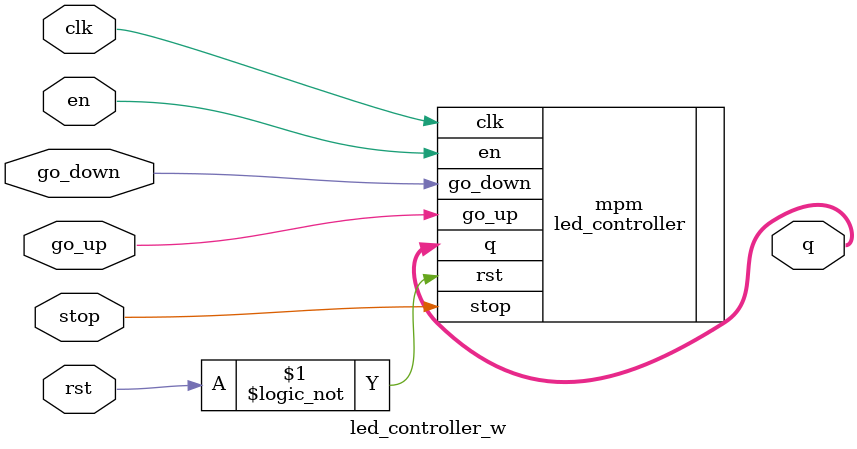
<source format=v>
`timescale 1ns / 1ps
`default_nettype none
module led_controller_w(
        input wire clk,
        input wire rst,
        input wire en,
        input wire go_up,
        input wire go_down,
        input wire stop,
        output wire[3:0] q
    );
    
    led_controller mpm (
        .clk(clk),
        .rst(!rst),
        .en(en),
        .go_up(go_up),
        .go_down(go_down),
        .stop(stop),
        .q(q));
endmodule

`default_nettype wire
</source>
